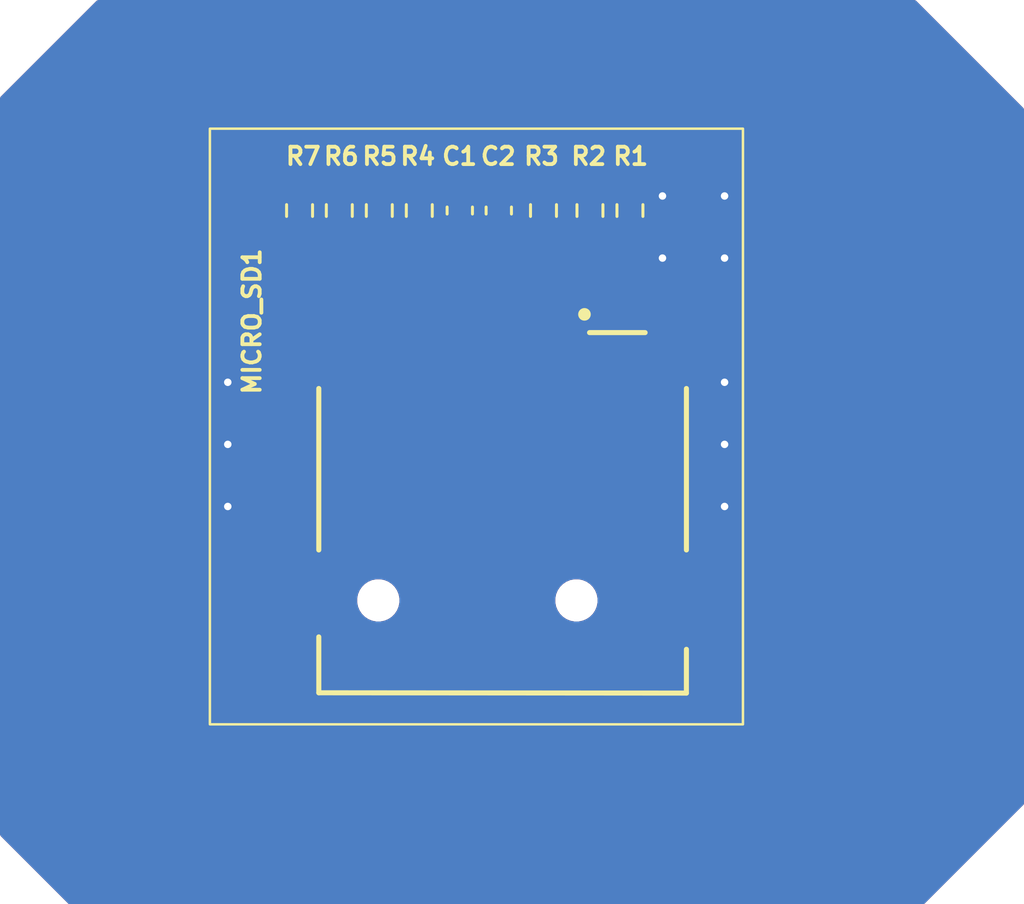
<source format=kicad_pcb>
(kicad_pcb (version 20241229) (generator "pcbnew") (generator_version "9.0")
  (layers (0 "F.Cu" signal) (4 "In1.Cu" signal) (6 "In2.Cu" signal) (2 "B.Cu" signal) (13 "F.Paste" user) (15 "B.Paste" user) (5 "F.SilkS" user "F.Silkscreen") (7 "B.SilkS" user "B.Silkscreen") (1 "F.Mask" user) (3 "B.Mask" user) (25 "Edge.Cuts" user))
  (net 0 "")
  (net 1 "/block_micro_sd/+3V3")
  (net 2 "/block_micro_sd/GND")
  (net 3 "/block_micro_sd/DO")
  (net 4 "/block_micro_sd/DI")
  (net 5 "/block_micro_sd/DAT2")
  (net 6 "/block_micro_sd/CS")
  (net 7 "/block_micro_sd/CLK")
  (net 8 "/block_micro_sd/DAT1")
  (net 9 "/block_micro_sd/DET_A")
  (footprint "Library:R_0603_1608Metric" (layer "F.Cu") (at 137.89 80.585 -90)
    (property "Reference" "R7" (at -2.185 -0.15 180) (layer "F.SilkS") (effects (font (size 0.7 0.7) (thickness 0.153))))
    (property "Value" "47K")
    (fp_line (start -0.237258 0.5225) (end 0.237258 0.5225) (stroke (width 0.12)) (layer "F.SilkS"))
    (fp_line (start -0.237258 -0.5225) (end 0.237258 -0.5225) (stroke (width 0.12)) (layer "F.SilkS"))
    (pad "1" smd roundrect (at -0.825 0 270) (size 0.8 0.95) (layers "F.Cu" "F.Mask" "F.Paste") (net 1 "/block_micro_sd/+3V3"))
    (pad "2" smd roundrect (at 0.825 0 270) (size 0.8 0.95) (layers "F.Cu" "F.Mask" "F.Paste") (net 9 "/block_micro_sd/DET_A"))
  )
  (footprint "Library:R_0603_1608Metric" (layer "F.Cu") (at 147.71 80.585 -90)
    (property "Reference" "R3" (at -2.185 0.08 180) (layer "F.SilkS") (effects (font (size 0.7 0.7) (thickness 0.153))))
    (property "Value" "47K")
    (fp_line (start -0.237258 0.5225) (end 0.237258 0.5225) (stroke (width 0.12)) (layer "F.SilkS"))
    (fp_line (start -0.237258 -0.5225) (end 0.237258 -0.5225) (stroke (width 0.12)) (layer "F.SilkS"))
    (pad "1" smd roundrect (at -0.825 0 270) (size 0.8 0.95) (layers "F.Cu" "F.Mask" "F.Paste") (net 1 "/block_micro_sd/+3V3"))
    (pad "2" smd roundrect (at 0.825 0 270) (size 0.8 0.95) (layers "F.Cu" "F.Mask" "F.Paste") (net 4 "/block_micro_sd/DI"))
  )
  (footprint "Library:R_0603_1608Metric" (layer "F.Cu") (at 142.71 80.585 -90)
    (property "Reference" "R4" (at -2.185 0.06 180) (layer "F.SilkS") (effects (font (size 0.7 0.7) (thickness 0.153))))
    (property "Value" "47K")
    (fp_line (start -0.237258 0.5225) (end 0.237258 0.5225) (stroke (width 0.12)) (layer "F.SilkS"))
    (fp_line (start -0.237258 -0.5225) (end 0.237258 -0.5225) (stroke (width 0.12)) (layer "F.SilkS"))
    (pad "1" smd roundrect (at -0.825 0 270) (size 0.8 0.95) (layers "F.Cu" "F.Mask" "F.Paste") (net 1 "/block_micro_sd/+3V3"))
    (pad "2" smd roundrect (at 0.825 0 270) (size 0.8 0.95) (layers "F.Cu" "F.Mask" "F.Paste") (net 7 "/block_micro_sd/CLK"))
  )
  (footprint "Library:TF-01A" (layer "F.Cu") (at 146.0638 92.75)
    (property "Reference" "MICRO_SD1" (at -10.0938 -7.7 90) (layer "F.SilkS") (effects (font (size 0.7 0.7) (thickness 0.153))))
    (property "Value" "TF-01A")
    (fp_line (start -7.4 -5) (end -7.4 1.5) (stroke (width 0.2032)) (layer "F.SilkS"))
    (fp_line (start -7.4 5) (end -7.39902 7.25) (stroke (width 0.2032)) (layer "F.SilkS"))
    (fp_line (start -7.39902 7.25) (end 7.39902 7.2627) (stroke (width 0.2032)) (layer "F.SilkS"))
    (fp_line (start 3.5 -7.25) (end 5.738 -7.25) (stroke (width 0.2032)) (layer "F.SilkS"))
    (fp_line (start 7.39902 7.2627) (end 7.4 5.5) (stroke (width 0.2032)) (layer "F.SilkS"))
    (fp_line (start 7.4 1.5) (end 7.4 -5) (stroke (width 0.2032)) (layer "F.SilkS"))
    (fp_circle (center 3.29565 -7.98449) (end 3.54965 -7.98449) (fill yes) (layer "F.SilkS"))
    (pad "" np_thru_hole circle (at -5.0038 3.5306) (size 0.999997 0.999997) (drill 0.999997) (layers "*.Cu" "*.Mask"))
    (pad "" np_thru_hole circle (at 2.9718 3.5306) (size 0.999997 0.999997) (drill 0.999997) (layers "*.Cu" "*.Mask"))
    (pad "1" smd rect (at 2.2298 -7.1738) (size 0.7 1.3) (layers "F.Cu" "F.Mask" "F.Paste") (net 5 "/block_micro_sd/DAT2"))
    (pad "2" smd rect (at 1.1298 -7.1738) (size 0.7 1.3) (layers "F.Cu" "F.Mask" "F.Paste") (net 6 "/block_micro_sd/CS"))
    (pad "3" smd rect (at 0.0298 -7.1738) (size 0.7 1.3) (layers "F.Cu" "F.Mask" "F.Paste") (net 4 "/block_micro_sd/DI"))
    (pad "4" smd rect (at -1.0702 -7.1738) (size 0.7 1.3) (layers "F.Cu" "F.Mask" "F.Paste") (net 1 "/block_micro_sd/+3V3"))
    (pad "5" smd rect (at -2.1702 -7.1738) (size 0.7 1.3) (layers "F.Cu" "F.Mask" "F.Paste") (net 7 "/block_micro_sd/CLK"))
    (pad "6" smd rect (at -3.2702 -7.1738) (size 0.7 1.3) (layers "F.Cu" "F.Mask" "F.Paste") (net 2 "/block_micro_sd/GND"))
    (pad "7" smd rect (at -4.3702 -7.1738) (size 0.7 1.3) (layers "F.Cu" "F.Mask" "F.Paste") (net 3 "/block_micro_sd/DO"))
    (pad "8" smd rect (at -5.4702 -7.1738) (size 0.7 1.3) (layers "F.Cu" "F.Mask" "F.Paste") (net 8 "/block_micro_sd/DAT1"))
    (pad "CD1" smd rect (at -6.5702 -7.1738) (size 0.7 1.3) (layers "F.Cu" "F.Mask" "F.Paste") (net 9 "/block_micro_sd/DET_A"))
    (pad "MP1" smd rect (at -7.9886 -6.4) (size 1.4478 1.651) (layers "F.Cu" "F.Mask" "F.Paste") (net 2 "/block_micro_sd/GND"))
    (pad "MP2" smd rect (at -7.9886 3.3) (size 1.4478 2.4384) (layers "F.Cu" "F.Mask" "F.Paste") (net 2 "/block_micro_sd/GND"))
    (pad "MP3" smd rect (at 7.8362 3.3) (size 1.4478 2.4384) (layers "F.Cu" "F.Mask" "F.Paste") (net 2 "/block_micro_sd/GND"))
    (pad "MP4" smd rect (at 7.0612 -6.4) (size 1.8542 1.651) (layers "F.Cu" "F.Mask" "F.Paste") (net 2 "/block_micro_sd/GND"))
  )
  (footprint "Library:C_0603_1608Metric" (layer "F.Cu") (at 144.34 80.585 90)
    (property "Reference" "C1" (at 2.185 -0.01 180) (layer "F.SilkS") (effects (font (size 0.7 0.7) (thickness 0.153))))
    (property "Value" "10uF")
    (fp_line (start -0.14058 -0.51) (end 0.14058 -0.51) (stroke (width 0.12)) (layer "F.SilkS"))
    (fp_line (start -0.14058 0.51) (end 0.14058 0.51) (stroke (width 0.12)) (layer "F.SilkS"))
    (pad "1" smd roundrect (at -0.775 0 90) (size 0.9 0.95) (layers "F.Cu" "F.Mask" "F.Paste") (net 1 "/block_micro_sd/+3V3"))
    (pad "2" smd roundrect (at 0.775 0 90) (size 0.9 0.95) (layers "F.Cu" "F.Mask" "F.Paste") (net 2 "/block_micro_sd/GND"))
  )
  (footprint "Library:R_0603_1608Metric" (layer "F.Cu") (at 151.19 80.585 -90)
    (property "Reference" "R1" (at -2.185 -0.03 180) (layer "F.SilkS") (effects (font (size 0.7 0.7) (thickness 0.153))))
    (property "Value" "47K")
    (fp_line (start -0.237258 0.5225) (end 0.237258 0.5225) (stroke (width 0.12)) (layer "F.SilkS"))
    (fp_line (start -0.237258 -0.5225) (end 0.237258 -0.5225) (stroke (width 0.12)) (layer "F.SilkS"))
    (pad "1" smd roundrect (at -0.825 0 270) (size 0.8 0.95) (layers "F.Cu" "F.Mask" "F.Paste") (net 1 "/block_micro_sd/+3V3"))
    (pad "2" smd roundrect (at 0.825 0 270) (size 0.8 0.95) (layers "F.Cu" "F.Mask" "F.Paste") (net 5 "/block_micro_sd/DAT2"))
  )
  (footprint "Library:R_0603_1608Metric" (layer "F.Cu") (at 149.58 80.585 -90)
    (property "Reference" "R2" (at -2.185 0.05 180) (layer "F.SilkS") (effects (font (size 0.7 0.7) (thickness 0.153))))
    (property "Value" "47K")
    (fp_line (start -0.237258 0.5225) (end 0.237258 0.5225) (stroke (width 0.12)) (layer "F.SilkS"))
    (fp_line (start -0.237258 -0.5225) (end 0.237258 -0.5225) (stroke (width 0.12)) (layer "F.SilkS"))
    (pad "1" smd roundrect (at -0.825 0 270) (size 0.8 0.95) (layers "F.Cu" "F.Mask" "F.Paste") (net 1 "/block_micro_sd/+3V3"))
    (pad "2" smd roundrect (at 0.825 0 270) (size 0.8 0.95) (layers "F.Cu" "F.Mask" "F.Paste") (net 6 "/block_micro_sd/CS"))
  )
  (footprint "Library:R_0603_1608Metric" (layer "F.Cu") (at 141.1 80.585 -90)
    (property "Reference" "R5" (at -2.185 -0.02 180) (layer "F.SilkS") (effects (font (size 0.7 0.7) (thickness 0.153))))
    (property "Value" "47K")
    (fp_line (start -0.237258 0.5225) (end 0.237258 0.5225) (stroke (width 0.12)) (layer "F.SilkS"))
    (fp_line (start -0.237258 -0.5225) (end 0.237258 -0.5225) (stroke (width 0.12)) (layer "F.SilkS"))
    (pad "1" smd roundrect (at -0.825 0 270) (size 0.8 0.95) (layers "F.Cu" "F.Mask" "F.Paste") (net 1 "/block_micro_sd/+3V3"))
    (pad "2" smd roundrect (at 0.825 0 270) (size 0.8 0.95) (layers "F.Cu" "F.Mask" "F.Paste") (net 3 "/block_micro_sd/DO"))
  )
  (footprint "Library:R_0603_1608Metric" (layer "F.Cu") (at 139.49 80.585 -90)
    (property "Reference" "R6" (at -2.185 -0.08 180) (layer "F.SilkS") (effects (font (size 0.7 0.7) (thickness 0.153))))
    (property "Value" "47K")
    (fp_line (start -0.237258 0.5225) (end 0.237258 0.5225) (stroke (width 0.12)) (layer "F.SilkS"))
    (fp_line (start -0.237258 -0.5225) (end 0.237258 -0.5225) (stroke (width 0.12)) (layer "F.SilkS"))
    (pad "1" smd roundrect (at -0.825 0 270) (size 0.8 0.95) (layers "F.Cu" "F.Mask" "F.Paste") (net 1 "/block_micro_sd/+3V3"))
    (pad "2" smd roundrect (at 0.825 0 270) (size 0.8 0.95) (layers "F.Cu" "F.Mask" "F.Paste") (net 8 "/block_micro_sd/DAT1"))
  )
  (footprint "Library:C_0603_1608Metric" (layer "F.Cu") (at 145.91 80.585 90)
    (property "Reference" "C2" (at 2.185 -0.02 180) (layer "F.SilkS") (effects (font (size 0.7 0.7) (thickness 0.153))))
    (property "Value" "0.1uF")
    (fp_line (start -0.14058 -0.51) (end 0.14058 -0.51) (stroke (width 0.12)) (layer "F.SilkS"))
    (fp_line (start -0.14058 0.51) (end 0.14058 0.51) (stroke (width 0.12)) (layer "F.SilkS"))
    (pad "1" smd roundrect (at -0.775 0 90) (size 0.9 0.95) (layers "F.Cu" "F.Mask" "F.Paste") (net 1 "/block_micro_sd/+3V3"))
    (pad "2" smd roundrect (at 0.775 0 90) (size 0.9 0.95) (layers "F.Cu" "F.Mask" "F.Paste") (net 2 "/block_micro_sd/GND"))
  )
  (gr_rect (start 134.28 77.29) (end 155.74 101.27) (stroke (width 0.1)) (fill no) (layer "F.SilkS"))
  (segment (start 151.19 79.76) (end 149.58 79.76) (width 0.4) (layer "F.Cu") (net 1))
  (segment (start 147.71 79.76) (end 147.51 79.76) (width 0.4) (layer "F.Cu") (net 1))
  (segment (start 142.71 79.76) (end 141.1 79.76) (width 0.4) (layer "F.Cu") (net 1))
  (segment (start 144.9936 82.0136) (end 144.9936 85.5762) (width 0.4) (layer "F.Cu") (net 1))
  (segment (start 145.91 81.36) (end 144.34 81.36) (width 0.4) (layer "F.Cu") (net 1))
  (segment (start 144.34 81.36) (end 144.9936 82.0136) (width 0.4) (layer "F.Cu") (net 1))
  (segment (start 137.89 79.76) (end 139.49 79.76) (width 0.4) (layer "F.Cu") (net 1))
  (segment (start 141.1 79.76) (end 139.49 79.76) (width 0.4) (layer "F.Cu") (net 1))
  (segment (start 142.74 79.76) (end 144.34 81.36) (width 0.4) (layer "F.Cu") (net 1))
  (segment (start 142.71 79.76) (end 142.74 79.76) (width 0.4) (layer "F.Cu") (net 1))
  (segment (start 147.51 79.76) (end 145.91 81.36) (width 0.4) (layer "F.Cu") (net 1))
  (segment (start 147.71 79.76) (end 149.58 79.76) (width 0.4) (layer "F.Cu") (net 1))
  (via (at 135 87.5) (size 0.6) (drill 0.3) (layers "F.Cu" "B.Cu") (net 2))
  (via (at 155 90) (size 0.6) (drill 0.3) (layers "F.Cu" "B.Cu") (net 2))
  (via (at 155 87.5) (size 0.6) (drill 0.3) (layers "F.Cu" "B.Cu") (net 2))
  (via (at 135 92.5) (size 0.6) (drill 0.3) (layers "F.Cu" "B.Cu") (net 2))
  (via (at 152.5 80) (size 0.6) (drill 0.3) (layers "F.Cu" "B.Cu") (net 2))
  (via (at 135 90) (size 0.6) (drill 0.3) (layers "F.Cu" "B.Cu") (net 2))
  (via (at 155 92.5) (size 0.6) (drill 0.3) (layers "F.Cu" "B.Cu") (net 2))
  (via (at 152.5 82.5) (size 0.6) (drill 0.3) (layers "F.Cu" "B.Cu") (net 2))
  (via (at 155 82.5) (size 0.6) (drill 0.3) (layers "F.Cu" "B.Cu") (net 2))
  (via (at 155 80) (size 0.6) (drill 0.3) (layers "F.Cu" "B.Cu") (net 2))
  (segment (start 141.39 81.7) (end 141.39 85.2726) (width 0.4) (layer "F.Cu") (net 3))
  (segment (start 141.1 81.41) (end 141.39 81.7) (width 0.4) (layer "F.Cu") (net 3))
  (segment (start 141.39 85.2726) (end 141.6936 85.5762) (width 0.4) (layer "F.Cu") (net 3))
  (segment (start 146.0936 83.0264) (end 146.0936 85.5762) (width 0.4) (layer "F.Cu") (net 4))
  (segment (start 147.71 81.41) (end 146.0936 83.0264) (width 0.4) (layer "F.Cu") (net 4))
  (segment (start 148.2936 84.1164) (end 148.2936 85.5762) (width 0.4) (layer "F.Cu") (net 5))
  (segment (start 151 81.41) (end 148.2936 84.1164) (width 0.4) (layer "F.Cu") (net 5))
  (segment (start 151.19 81.41) (end 151 81.41) (width 0.4) (layer "F.Cu") (net 5))
  (segment (start 147.1936 83.7964) (end 147.1936 85.5762) (width 0.4) (layer "F.Cu") (net 6))
  (segment (start 149.58 81.41) (end 147.1936 83.7964) (width 0.4) (layer "F.Cu") (net 6))
  (segment (start 143.894917 85.574883) (end 143.8936 85.5762) (width 0.4) (layer "F.Cu") (net 7))
  (segment (start 143.894917 82.594917) (end 143.894917 85.574883) (width 0.4) (layer "F.Cu") (net 7))
  (segment (start 142.71 81.41) (end 143.894917 82.594917) (width 0.4) (layer "F.Cu") (net 7))
  (segment (start 140.5936 84.4336) (end 139.49 83.33) (width 0.4) (layer "F.Cu") (net 8))
  (segment (start 140.5936 85.5762) (end 140.5936 84.4336) (width 0.4) (layer "F.Cu") (net 8))
  (segment (start 139.49 83.33) (end 139.49 81.41) (width 0.4) (layer "F.Cu") (net 8))
  (segment (start 139.4936 85.5762) (end 139.4936 84.7436) (width 0.4) (layer "F.Cu") (net 9))
  (segment (start 137.89 83.14) (end 137.89 81.41) (width 0.4) (layer "F.Cu") (net 9))
  (segment (start 139.4936 84.7436) (end 137.89 83.14) (width 0.4) (layer "F.Cu") (net 9))
  (zone (net 2) (net_name "/block_micro_sd/GND") (layers "F.Cu" "B.Cu" "In1.Cu" "In2.Cu") (name "TBR") (connect_pads yes (clearance 0.5)) (min_thickness 0.25) (fill yes (thermal_gap 0.5) (thermal_bridge_width 0.5))
    (polygon (pts (xy 129.75 72.11) (xy 162.68 72.11) (xy 167.06 76.49) (xy 167.06 104.48) (xy 163.02 108.52) (xy 128.61 108.52) (xy 125.83 105.74) (xy 125.83 76.03)))
  )
)
</source>
